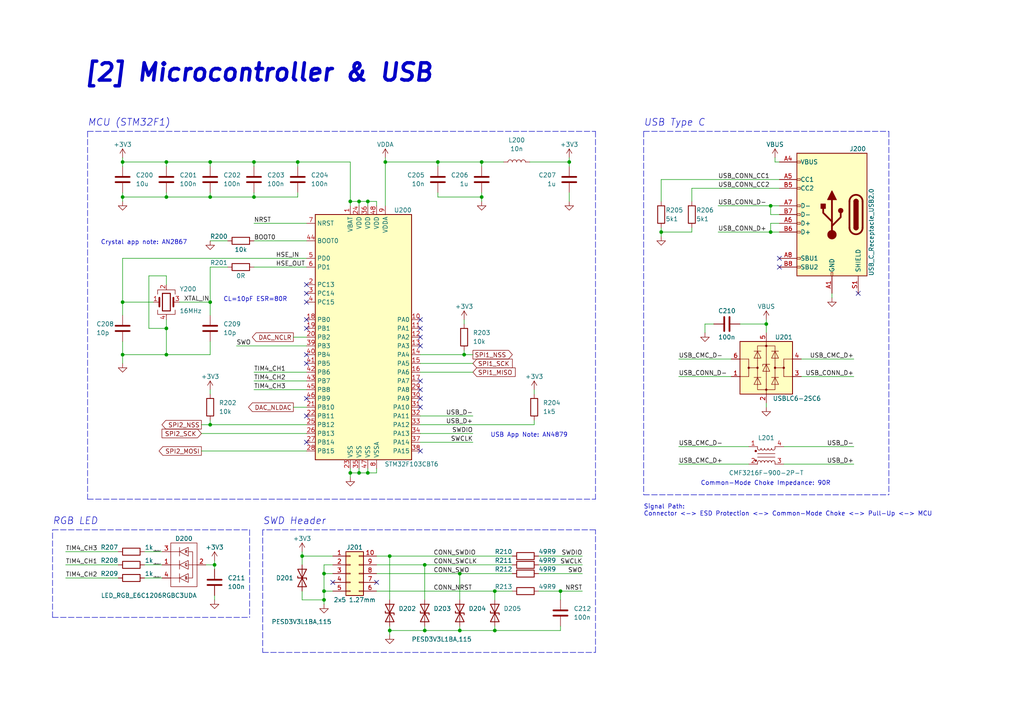
<source format=kicad_sch>
(kicad_sch (version 20211123) (generator eeschema)
  (paper "A4")
  (title_block (title "Mixed-Signal Demo PCB") (date "2021-12-24") (rev "0.1") (company "Phil's Lab"))
  (lib_symbols
    (symbol "Connector:USB_C_Receptacle_USB2.0" (pin_names (offset 1.016))
      (property "Reference" "J" (at -10.16 19.05 0))
      (property "Value" "USB_C_Receptacle_USB2.0" (at 19.05 19.05 0))
      (symbol "USB_C_Receptacle_USB2.0_0_0"
        (rectangle (start -0.254 -17.78) (end 0.254 -16.764))
        (rectangle (start 10.16 -14.986) (end 9.144 -15.494))
        (rectangle (start 10.16 -12.446) (end 9.144 -12.954))
        (rectangle (start 10.16 -4.826) (end 9.144 -5.334))
        (rectangle (start 10.16 -2.286) (end 9.144 -2.794))
        (rectangle (start 10.16 0.254) (end 9.144 -0.254))
        (rectangle (start 10.16 2.794) (end 9.144 2.286))
        (rectangle (start 10.16 7.874) (end 9.144 7.366))
        (rectangle (start 10.16 10.414) (end 9.144 9.906))
        (rectangle (start 10.16 15.494) (end 9.144 14.986))
      )
      (symbol "USB_C_Receptacle_USB2.0_0_1"
        (rectangle (start -10.16 17.78) (end 10.16 -17.78) (stroke (width 0.254)) (fill (type background)))
        (arc (start -8.89 -3.81) (mid -6.985 -5.715) (end -5.08 -3.81) (stroke (width 0.508)))
        (arc (start -7.62 -3.81) (mid -6.985 -4.445) (end -6.35 -3.81) (stroke (width 0.254)))
        (arc (start -7.62 -3.81) (mid -6.985 -4.445) (end -6.35 -3.81) (stroke (width 0.254)) (fill (type outline)))
        (rectangle (start -7.62 -3.81) (end -6.35 3.81) (stroke (width 0.254)) (fill (type outline)))
        (arc (start -6.35 3.81) (mid -6.985 4.445) (end -7.62 3.81) (stroke (width 0.254)))
        (arc (start -6.35 3.81) (mid -6.985 4.445) (end -7.62 3.81) (stroke (width 0.254)) (fill (type outline)))
        (arc (start -5.08 3.81) (mid -6.985 5.715) (end -8.89 3.81) (stroke (width 0.508)))
        (circle (center -2.54 1.143) (radius 0.635) (stroke (width 0.254)) (fill (type outline)))
        (circle (center 0 -5.842) (radius 1.27) (fill (type outline)))
        (polyline (pts (xy -8.89 -3.81) (xy -8.89 3.81)) (stroke (width 0.508)))
        (polyline (pts (xy -5.08 3.81) (xy -5.08 -3.81)) (stroke (width 0.508)))
        (polyline (pts (xy 0 -5.842) (xy 0 4.318)) (stroke (width 0.508)))
        (polyline (pts (xy 0 -3.302) (xy -2.54 -0.762) (xy -2.54 0.508)) (stroke (width 0.508)))
        (polyline (pts (xy 0 -2.032) (xy 2.54 0.508) (xy 2.54 1.778)) (stroke (width 0.508)))
        (polyline (pts (xy -1.27 4.318) (xy 0 6.858) (xy 1.27 4.318) (xy -1.27 4.318)) (stroke (width 0.254)) (fill (type outline)))
        (rectangle (start 1.905 1.778) (end 3.175 3.048) (stroke (width 0.254)) (fill (type outline)))
      )
      (symbol "USB_C_Receptacle_USB2.0_1_1"
        (pin passive line (at 0 -22.86 90) (length 5.08) (name "GND") (number "A1"))
        (pin passive line (at 0 -22.86 90) (length 5.08) hide (name "GND") (number "A12"))
        (pin passive line (at 15.24 15.24 180) (length 5.08) (name "VBUS") (number "A4"))
        (pin bidirectional line (at 15.24 10.16 180) (length 5.08) (name "CC1") (number "A5"))
        (pin bidirectional line (at 15.24 -2.54 180) (length 5.08) (name "D+") (number "A6"))
        (pin bidirectional line (at 15.24 2.54 180) (length 5.08) (name "D-") (number "A7"))
        (pin bidirectional line (at 15.24 -12.7 180) (length 5.08) (name "SBU1") (number "A8"))
        (pin passive line (at 15.24 15.24 180) (length 5.08) hide (name "VBUS") (number "A9"))
        (pin passive line (at 0 -22.86 90) (length 5.08) hide (name "GND") (number "B1"))
        (pin passive line (at 0 -22.86 90) (length 5.08) hide (name "GND") (number "B12"))
        (pin passive line (at 15.24 15.24 180) (length 5.08) hide (name "VBUS") (number "B4"))
        (pin bidirectional line (at 15.24 7.62 180) (length 5.08) (name "CC2") (number "B5"))
        (pin bidirectional line (at 15.24 -5.08 180) (length 5.08) (name "D+") (number "B6"))
        (pin bidirectional line (at 15.24 0 180) (length 5.08) (name "D-") (number "B7"))
        (pin bidirectional line (at 15.24 -15.24 180) (length 5.08) (name "SBU2") (number "B8"))
        (pin passive line (at 15.24 15.24 180) (length 5.08) hide (name "VBUS") (number "B9"))
        (pin passive line (at -7.62 -22.86 90) (length 5.08) (name "SHIELD") (number "S1"))
      )
    )
    (symbol "Connector_Generic:Conn_02x05_Counter_Clockwise" (pin_names (offset 1.016) hide)
      (property "Reference" "J" (at 1.27 7.62 0))
      (property "Value" "Conn_02x05_Counter_Clockwise" (at 1.27 -7.62 0))
      (symbol "Conn_02x05_Counter_Clockwise_1_1"
        (rectangle (start -1.27 -4.953) (end 0 -5.207) (stroke (width 0.1524)))
        (rectangle (start -1.27 -2.413) (end 0 -2.667) (stroke (width 0.1524)))
        (rectangle (start -1.27 0.127) (end 0 -0.127) (stroke (width 0.1524)))
        (rectangle (start -1.27 2.667) (end 0 2.413) (stroke (width 0.1524)))
        (rectangle (start -1.27 5.207) (end 0 4.953) (stroke (width 0.1524)))
        (rectangle (start -1.27 6.35) (end 3.81 -6.35) (stroke (width 0.254)) (fill (type background)))
        (rectangle (start 3.81 -4.953) (end 2.54 -5.207) (stroke (width 0.1524)))
        (rectangle (start 3.81 -2.413) (end 2.54 -2.667) (stroke (width 0.1524)))
        (rectangle (start 3.81 0.127) (end 2.54 -0.127) (stroke (width 0.1524)))
        (rectangle (start 3.81 2.667) (end 2.54 2.413) (stroke (width 0.1524)))
        (rectangle (start 3.81 5.207) (end 2.54 4.953) (stroke (width 0.1524)))
        (pin passive line (at -5.08 5.08 0) (length 3.81) (name "Pin_1") (number "1"))
        (pin passive line (at 7.62 5.08 180) (length 3.81) (name "Pin_10") (number "10"))
        (pin passive line (at -5.08 2.54 0) (length 3.81) (name "Pin_2") (number "2"))
        (pin passive line (at -5.08 0 0) (length 3.81) (name "Pin_3") (number "3"))
        (pin passive line (at -5.08 -2.54 0) (length 3.81) (name "Pin_4") (number "4"))
        (pin passive line (at -5.08 -5.08 0) (length 3.81) (name "Pin_5") (number "5"))
        (pin passive line (at 7.62 -5.08 180) (length 3.81) (name "Pin_6") (number "6"))
        (pin passive line (at 7.62 -2.54 180) (length 3.81) (name "Pin_7") (number "7"))
        (pin passive line (at 7.62 0 180) (length 3.81) (name "Pin_8") (number "8"))
        (pin passive line (at 7.62 2.54 180) (length 3.81) (name "Pin_9") (number "9"))
      )
    )
    (symbol "Device:C" (pin_numbers hide) (pin_names (offset 0.254))
      (property "Reference" "C" (at 0.635 2.54 0))
      (property "Value" "C" (at 0.635 -2.54 0))
      (symbol "C_0_1"
        (polyline (pts (xy -2.032 -0.762) (xy 2.032 -0.762)) (stroke (width 0.508)))
        (polyline (pts (xy -2.032 0.762) (xy 2.032 0.762)) (stroke (width 0.508)))
      )
      (symbol "C_1_1"
        (pin passive line (at 0 3.81 270) (length 2.794) (name "~") (number "1"))
        (pin passive line (at 0 -3.81 90) (length 2.794) (name "~") (number "2"))
      )
    )
    (symbol "Device:Crystal_GND24" (pin_names (offset 1.016) hide)
      (property "Reference" "Y" (at 3.175 5.08 0))
      (property "Value" "Crystal_GND24" (at 3.175 3.175 0))
      (symbol "Crystal_GND24_0_1"
        (rectangle (start -1.143 2.54) (end 1.143 -2.54) (stroke (width 0.3048)))
        (polyline (pts (xy -2.54 0) (xy -2.032 0)))
        (polyline (pts (xy -2.032 -1.27) (xy -2.032 1.27)) (stroke (width 0.508)))
        (polyline (pts (xy 0 -3.81) (xy 0 -3.556)))
        (polyline (pts (xy 0 3.556) (xy 0 3.81)))
        (polyline (pts (xy 2.032 -1.27) (xy 2.032 1.27)) (stroke (width 0.508)))
        (polyline (pts (xy 2.032 0) (xy 2.54 0)))
        (polyline (pts (xy -2.54 -2.286) (xy -2.54 -3.556) (xy 2.54 -3.556) (xy 2.54 -2.286)))
        (polyline (pts (xy -2.54 2.286) (xy -2.54 3.556) (xy 2.54 3.556) (xy 2.54 2.286)))
      )
      (symbol "Crystal_GND24_1_1"
        (pin passive line (at -3.81 0 0) (length 1.27) (name "1") (number "1"))
        (pin passive line (at 0 5.08 270) (length 1.27) (name "2") (number "2"))
        (pin passive line (at 3.81 0 180) (length 1.27) (name "3") (number "3"))
        (pin passive line (at 0 -5.08 90) (length 1.27) (name "4") (number "4"))
      )
    )
    (symbol "Device:D_TVS" (pin_numbers hide) (pin_names (offset 1.016) hide)
      (property "Reference" "D" (at 0 2.54 0))
      (property "Value" "D_TVS" (at 0 -2.54 0))
      (symbol "D_TVS_0_1"
        (polyline (pts (xy 1.27 0) (xy -1.27 0)))
        (polyline (pts (xy 0.508 1.27) (xy 0 1.27) (xy 0 -1.27) (xy -0.508 -1.27)) (stroke (width 0.254)))
        (polyline (pts (xy -2.54 1.27) (xy -2.54 -1.27) (xy 2.54 1.27) (xy 2.54 -1.27) (xy -2.54 1.27)) (stroke (width 0.254)))
      )
      (symbol "D_TVS_1_1"
        (pin passive line (at -3.81 0 0) (length 2.54) (name "A1") (number "1"))
        (pin passive line (at 3.81 0 180) (length 2.54) (name "A2") (number "2"))
      )
    )
    (symbol "Device:EMI_Filter_LL_1423" (pin_names hide)
      (property "Reference" "FL" (at 0 4.445 0))
      (property "Value" "Device_EMI_Filter_LL_1423" (at 0 -4.445 0))
      (symbol "EMI_Filter_LL_1423_0_1"
        (circle (center -3.048 -1.27) (radius 0.254) (fill (type outline)))
        (circle (center -3.048 1.524) (radius 0.254) (fill (type outline)))
        (arc (start -2.54 2.032) (mid -2.032 1.524) (end -1.524 2.032))
        (arc (start -1.524 -2.032) (mid -2.032 -1.524) (end -2.54 -2.032))
        (arc (start -1.524 2.032) (mid -1.016 1.524) (end -0.508 2.032))
        (arc (start -0.508 -2.032) (mid -1.016 -1.524) (end -1.524 -2.032))
        (arc (start -0.508 2.032) (mid 0 1.524) (end 0.508 2.032))
        (polyline (pts (xy -2.54 -2.032) (xy -2.54 -2.54)))
        (polyline (pts (xy -2.54 0.508) (xy 2.54 0.508)))
        (polyline (pts (xy -2.54 2.032) (xy -2.54 2.54)))
        (polyline (pts (xy 2.54 -2.032) (xy 2.54 -2.54)))
        (polyline (pts (xy 2.54 -0.508) (xy -2.54 -0.508)))
        (polyline (pts (xy 2.54 2.54) (xy 2.54 2.032)))
        (arc (start 0.508 -2.032) (mid 0 -1.524) (end -0.508 -2.032))
        (arc (start 0.508 2.032) (mid 1.016 1.524) (end 1.524 2.032))
        (arc (start 1.524 -2.032) (mid 1.016 -1.524) (end 0.508 -2.032))
        (arc (start 1.524 2.032) (mid 2.032 1.524) (end 2.54 2.032))
        (arc (start 2.54 -2.032) (mid 2.032 -1.524) (end 1.524 -2.032))
      )
      (symbol "EMI_Filter_LL_1423_1_1"
        (pin passive line (at -5.08 -2.54 0) (length 2.54) (name "1") (number "1"))
        (pin passive line (at -5.08 2.54 0) (length 2.54) (name "2") (number "2"))
        (pin passive line (at 5.08 2.54 180) (length 2.54) (name "3") (number "3"))
        (pin passive line (at 5.08 -2.54 180) (length 2.54) (name "4") (number "4"))
      )
    )
    (symbol "Device:L" (pin_numbers hide) (pin_names (offset 1.016) hide)
      (property "Reference" "L" (at -1.27 0 90))
      (property "Value" "L" (at 1.905 0 90))
      (symbol "L_0_1"
        (arc (start 0 -2.54) (mid 0.635 -1.905) (end 0 -1.27))
        (arc (start 0 -1.27) (mid 0.635 -0.635) (end 0 0))
        (arc (start 0 0) (mid 0.635 0.635) (end 0 1.27))
        (arc (start 0 1.27) (mid 0.635 1.905) (end 0 2.54))
      )
      (symbol "L_1_1"
        (pin passive line (at 0 3.81 270) (length 1.27) (name "1") (number "1"))
        (pin passive line (at 0 -3.81 90) (length 1.27) (name "2") (number "2"))
      )
    )
    (symbol "Device:R" (pin_numbers hide) (pin_names (offset 0))
      (property "Reference" "R" (at 2.032 0 90))
      (property "Value" "R" (at 0 0 90))
      (symbol "R_0_1"
        (rectangle (start -1.016 -2.54) (end 1.016 2.54) (stroke (width 0.254)))
      )
      (symbol "R_1_1"
        (pin passive line (at 0 3.81 270) (length 1.27) (name "~") (number "1"))
        (pin passive line (at 0 -3.81 90) (length 1.27) (name "~") (number "2"))
      )
    )
    (symbol "MCU_ST_STM32F1:STM32F103CBTx"
      (property "Reference" "U" (at -15.24 36.83 0))
      (property "Value" "STM32F103CBTx" (at 7.62 36.83 0))
      (symbol "STM32F103CBTx_0_1"
        (rectangle (start -15.24 -35.56) (end 12.7 35.56) (stroke (width 0.254)) (fill (type background)))
      )
      (symbol "STM32F103CBTx_1_1"
        (pin power_in line (at -5.08 38.1 270) (length 2.54) (name "VBAT") (number "1"))
        (pin bidirectional line (at 15.24 5.08 180) (length 2.54) (name "PA0") (number "10"))
        (pin bidirectional line (at 15.24 2.54 180) (length 2.54) (name "PA1") (number "11"))
        (pin bidirectional line (at 15.24 0 180) (length 2.54) (name "PA2") (number "12"))
        (pin bidirectional line (at 15.24 -2.54 180) (length 2.54) (name "PA3") (number "13"))
        (pin bidirectional line (at 15.24 -5.08 180) (length 2.54) (name "PA4") (number "14"))
        (pin bidirectional line (at 15.24 -7.62 180) (length 2.54) (name "PA5") (number "15"))
        (pin bidirectional line (at 15.24 -10.16 180) (length 2.54) (name "PA6") (number "16"))
        (pin bidirectional line (at 15.24 -12.7 180) (length 2.54) (name "PA7") (number "17"))
        (pin bidirectional line (at -17.78 5.08 0) (length 2.54) (name "PB0") (number "18"))
        (pin bidirectional line (at -17.78 2.54 0) (length 2.54) (name "PB1") (number "19"))
        (pin bidirectional line (at -17.78 15.24 0) (length 2.54) (name "PC13") (number "2"))
        (pin bidirectional line (at -17.78 0 0) (length 2.54) (name "PB2") (number "20"))
        (pin bidirectional line (at -17.78 -20.32 0) (length 2.54) (name "PB10") (number "21"))
        (pin bidirectional line (at -17.78 -22.86 0) (length 2.54) (name "PB11") (number "22"))
        (pin power_in line (at -5.08 -38.1 90) (length 2.54) (name "VSS") (number "23"))
        (pin power_in line (at -2.54 38.1 270) (length 2.54) (name "VDD") (number "24"))
        (pin bidirectional line (at -17.78 -25.4 0) (length 2.54) (name "PB12") (number "25"))
        (pin bidirectional line (at -17.78 -27.94 0) (length 2.54) (name "PB13") (number "26"))
        (pin bidirectional line (at -17.78 -30.48 0) (length 2.54) (name "PB14") (number "27"))
        (pin bidirectional line (at -17.78 -33.02 0) (length 2.54) (name "PB15") (number "28"))
        (pin bidirectional line (at 15.24 -15.24 180) (length 2.54) (name "PA8") (number "29"))
        (pin bidirectional line (at -17.78 12.7 0) (length 2.54) (name "PC14") (number "3"))
        (pin bidirectional line (at 15.24 -17.78 180) (length 2.54) (name "PA9") (number "30"))
        (pin bidirectional line (at 15.24 -20.32 180) (length 2.54) (name "PA10") (number "31"))
        (pin bidirectional line (at 15.24 -22.86 180) (length 2.54) (name "PA11") (number "32"))
        (pin bidirectional line (at 15.24 -25.4 180) (length 2.54) (name "PA12") (number "33"))
        (pin bidirectional line (at 15.24 -27.94 180) (length 2.54) (name "PA13") (number "34"))
        (pin power_in line (at -2.54 -38.1 90) (length 2.54) (name "VSS") (number "35"))
        (pin power_in line (at 0 38.1 270) (length 2.54) (name "VDD") (number "36"))
        (pin bidirectional line (at 15.24 -30.48 180) (length 2.54) (name "PA14") (number "37"))
        (pin bidirectional line (at 15.24 -33.02 180) (length 2.54) (name "PA15") (number "38"))
        (pin bidirectional line (at -17.78 -2.54 0) (length 2.54) (name "PB3") (number "39"))
        (pin bidirectional line (at -17.78 10.16 0) (length 2.54) (name "PC15") (number "4"))
        (pin bidirectional line (at -17.78 -5.08 0) (length 2.54) (name "PB4") (number "40"))
        (pin bidirectional line (at -17.78 -7.62 0) (length 2.54) (name "PB5") (number "41"))
        (pin bidirectional line (at -17.78 -10.16 0) (length 2.54) (name "PB6") (number "42"))
        (pin bidirectional line (at -17.78 -12.7 0) (length 2.54) (name "PB7") (number "43"))
        (pin input line (at -17.78 27.94 0) (length 2.54) (name "BOOT0") (number "44"))
        (pin bidirectional line (at -17.78 -15.24 0) (length 2.54) (name "PB8") (number "45"))
        (pin bidirectional line (at -17.78 -17.78 0) (length 2.54) (name "PB9") (number "46"))
        (pin power_in line (at 0 -38.1 90) (length 2.54) (name "VSS") (number "47"))
        (pin power_in line (at 2.54 38.1 270) (length 2.54) (name "VDD") (number "48"))
        (pin input line (at -17.78 22.86 0) (length 2.54) (name "PD0") (number "5"))
        (pin input line (at -17.78 20.32 0) (length 2.54) (name "PD1") (number "6"))
        (pin input line (at -17.78 33.02 0) (length 2.54) (name "NRST") (number "7"))
        (pin power_in line (at 2.54 -38.1 90) (length 2.54) (name "VSSA") (number "8"))
        (pin power_in line (at 5.08 38.1 270) (length 2.54) (name "VDDA") (number "9"))
      )
    )
    (symbol "Power_Protection:USBLC6-2SC6" (pin_names hide)
      (property "Reference" "U" (at 2.54 8.89 0))
      (property "Value" "USBLC6-2SC6" (at 2.54 -8.89 0))
      (symbol "USBLC6-2SC6_0_1"
        (rectangle (start -7.62 -7.62) (end 7.62 7.62) (stroke (width 0.254)) (fill (type background)))
        (circle (center -5.08 0) (radius 0.254) (fill (type outline)))
        (circle (center -2.54 0) (radius 0.254) (fill (type outline)))
        (rectangle (start -2.54 6.35) (end 2.54 -6.35))
        (circle (center 0 -6.35) (radius 0.254) (fill (type outline)))
        (polyline (pts (xy -5.08 -2.54) (xy -7.62 -2.54)))
        (polyline (pts (xy -5.08 0) (xy -5.08 -2.54)))
        (polyline (pts (xy -5.08 2.54) (xy -7.62 2.54)))
        (polyline (pts (xy -1.524 -2.794) (xy -3.556 -2.794)))
        (polyline (pts (xy -1.524 4.826) (xy -3.556 4.826)))
        (polyline (pts (xy 0 -7.62) (xy 0 -6.35)))
        (polyline (pts (xy 0 -6.35) (xy 0 1.27)))
        (polyline (pts (xy 0 1.27) (xy 0 6.35)))
        (polyline (pts (xy 0 6.35) (xy 0 7.62)))
        (polyline (pts (xy 1.524 -2.794) (xy 3.556 -2.794)))
        (polyline (pts (xy 1.524 4.826) (xy 3.556 4.826)))
        (polyline (pts (xy 5.08 -2.54) (xy 7.62 -2.54)))
        (polyline (pts (xy 5.08 0) (xy 5.08 -2.54)))
        (polyline (pts (xy 5.08 2.54) (xy 7.62 2.54)))
        (polyline (pts (xy -2.54 0) (xy -5.08 0) (xy -5.08 2.54)))
        (polyline (pts (xy 2.54 0) (xy 5.08 0) (xy 5.08 2.54)))
        (polyline (pts (xy -3.556 -4.826) (xy -1.524 -4.826) (xy -2.54 -2.794) (xy -3.556 -4.826)))
        (polyline (pts (xy -3.556 2.794) (xy -1.524 2.794) (xy -2.54 4.826) (xy -3.556 2.794)))
        (polyline (pts (xy -1.016 -1.016) (xy 1.016 -1.016) (xy 0 1.016) (xy -1.016 -1.016)))
        (polyline (pts (xy 1.016 1.016) (xy 0.762 1.016) (xy -1.016 1.016) (xy -1.016 0.508)))
        (polyline (pts (xy 3.556 -4.826) (xy 1.524 -4.826) (xy 2.54 -2.794) (xy 3.556 -4.826)))
        (polyline (pts (xy 3.556 2.794) (xy 1.524 2.794) (xy 2.54 4.826) (xy 3.556 2.794)))
        (circle (center 0 6.35) (radius 0.254) (fill (type outline)))
        (circle (center 2.54 0) (radius 0.254) (fill (type outline)))
        (circle (center 5.08 0) (radius 0.254) (fill (type outline)))
      )
      (symbol "USBLC6-2SC6_1_1"
        (pin passive line (at -10.16 -2.54 0) (length 2.54) (name "I/O1") (number "1"))
        (pin passive line (at 0 -10.16 90) (length 2.54) (name "GND") (number "2"))
        (pin passive line (at 10.16 -2.54 180) (length 2.54) (name "I/O2") (number "3"))
        (pin passive line (at 10.16 2.54 180) (length 2.54) (name "I/O2") (number "4"))
        (pin passive line (at 0 10.16 270) (length 2.54) (name "VBUS") (number "5"))
        (pin passive line (at -10.16 2.54 0) (length 2.54) (name "I/O1") (number "6"))
      )
    )
    (symbol "SchmillipKiCADLibrary:LED_RGB_E6C1206RGBC3UDA" (pin_names (offset 1.016))
      (property "Reference" "D" (at 0 7.62 0))
      (property "Value" "SchmillipKiCADLibrary_LED_RGB_E6C1206RGBC3UDA" (at 0 -7.62 0))
      (symbol "LED_RGB_E6C1206RGBC3UDA_0_0"
        (text "R" (at 0.635 3.81 0) (effects (font (size 0.762 0.762))))
      )
      (symbol "LED_RGB_E6C1206RGBC3UDA_0_1"
        (polyline (pts (xy -1.27 -3.81) (xy -3.81 -3.81)))
        (polyline (pts (xy -1.27 0) (xy -3.81 0)))
        (polyline (pts (xy -1.27 3.81) (xy -3.81 3.81)))
        (polyline (pts (xy -1.27 5.08) (xy -1.27 2.54)))
        (polyline (pts (xy 1.27 0) (xy 3.81 0)))
        (polyline (pts (xy 1.27 -3.81) (xy 2.54 -3.81) (xy 2.54 0)))
        (polyline (pts (xy 1.27 3.81) (xy 2.54 3.81) (xy 2.54 0)))
        (polyline (pts (xy 1.27 2.54) (xy 1.27 5.08) (xy -1.27 3.81) (xy 1.27 2.54)))
        (rectangle (start 3.81 -6.35) (end -3.81 6.35))
      )
      (symbol "LED_RGB_E6C1206RGBC3UDA_1_1"
        (polyline (pts (xy -1.27 -2.54) (xy -1.27 -5.08)))
        (polyline (pts (xy -1.27 1.27) (xy -1.27 -1.27)))
        (polyline (pts (xy 1.27 -5.08) (xy 1.27 -2.54) (xy -1.27 -3.81) (xy 1.27 -5.08)))
        (polyline (pts (xy 1.27 -1.27) (xy 1.27 1.27) (xy -1.27 0) (xy 1.27 -1.27)))
        (text "B" (at 0.635 -3.81 0) (effects (font (size 0.762 0.762))))
        (text "G" (at 0.635 0 0) (effects (font (size 0.762 0.762))))
        (pin power_in line (at -6.35 0 0) (length 2.54) (name "~") (number "1"))
        (pin power_in line (at 6.35 0 180) (length 2.54) (name "~") (number "2"))
        (pin power_in line (at -6.35 3.81 0) (length 2.54) (name "~") (number "3"))
        (pin power_in line (at -6.35 -3.81 0) (length 2.54) (name "~") (number "4"))
      )
    )
    (symbol "power:+3V3" (power) (pin_names (offset 0))
      (property "Value" "+3V3" (at 0 3.556 0))
      (symbol "+3V3_0_1"
        (polyline (pts (xy -0.762 1.27) (xy 0 2.54)))
        (polyline (pts (xy 0 0) (xy 0 2.54)))
        (polyline (pts (xy 0 2.54) (xy 0.762 1.27)))
      )
      (symbol "+3V3_1_1"
        (pin power_in line (at 0 0 90) (length 0) hide (name "+3V3") (number "1"))
      )
    )
    (symbol "power:GND" (power) (pin_names (offset 0))
      (property "Value" "GND" (at 0 -3.81 0))
      (symbol "GND_0_1"
        (polyline (pts (xy 0 0) (xy 0 -1.27) (xy 1.27 -1.27) (xy 0 -2.54) (xy -1.27 -1.27) (xy 0 -1.27)))
      )
      (symbol "GND_1_1"
        (pin power_in line (at 0 0 270) (length 0) hide (name "GND") (number "1"))
      )
    )
    (symbol "power:VBUS" (power) (pin_names (offset 0))
      (property "Value" "VBUS" (at 0 3.81 0))
      (symbol "VBUS_0_1"
        (polyline (pts (xy -0.762 1.27) (xy 0 2.54)))
        (polyline (pts (xy 0 0) (xy 0 2.54)))
        (polyline (pts (xy 0 2.54) (xy 0.762 1.27)))
      )
      (symbol "VBUS_1_1"
        (pin power_in line (at 0 0 90) (length 0) hide (name "VBUS") (number "1"))
      )
    )
    (symbol "power:VDDA" (power) (pin_names (offset 0))
      (property "Value" "VDDA" (at 0 3.81 0))
      (symbol "VDDA_0_1"
        (polyline (pts (xy -0.762 1.27) (xy 0 2.54)))
        (polyline (pts (xy 0 0) (xy 0 2.54)))
        (polyline (pts (xy 0 2.54) (xy 0.762 1.27)))
      )
      (symbol "VDDA_1_1"
        (pin power_in line (at 0 0 90) (length 0) hide (name "VDDA") (number "1"))
      )
    )
  )
  (junction (at 48.26 46.99))
  (junction (at 48.26 57.15))
  (junction (at 139.7 46.99))
  (junction (at 139.7 57.15))
  (junction (at 35.56 102.87))
  (junction (at 165.1 46.99))
  (junction (at 133.35 166.37))
  (junction (at 143.51 182.88))
  (junction (at 191.77 67.31))
  (junction (at 123.19 182.88))
  (junction (at 143.51 171.45))
  (junction (at 223.52 67.31))
  (junction (at 93.98 171.45))
  (junction (at 62.23 163.83))
  (junction (at 35.56 87.63))
  (junction (at 48.26 95.25))
  (junction (at 101.6 58.42))
  (junction (at 87.63 161.29))
  (junction (at 104.14 58.42))
  (junction (at 86.36 46.99))
  (junction (at 60.96 87.63))
  (junction (at 60.96 46.99))
  (junction (at 35.56 46.99))
  (junction (at 222.25 93.98))
  (junction (at 35.56 57.15))
  (junction (at 127 46.99))
  (junction (at 123.19 163.83))
  (junction (at 48.26 102.87))
  (junction (at 73.66 46.99))
  (junction (at 223.52 59.69))
  (junction (at 73.66 57.15))
  (junction (at 113.03 182.88))
  (junction (at 111.76 46.99))
  (junction (at 104.14 137.16))
  (junction (at 133.35 182.88))
  (junction (at 60.96 123.19))
  (junction (at 101.6 137.16))
  (junction (at 162.56 171.45))
  (junction (at 106.68 137.16))
  (junction (at 134.62 102.87))
  (junction (at 113.03 161.29))
  (junction (at 106.68 58.42))
  (junction (at 93.98 173.99))
  (junction (at 60.96 57.15))
  (junction (at 93.98 166.37))
  (no_connect (at 88.9 95.25))
  (no_connect (at 88.9 92.71))
  (no_connect (at 109.22 168.91))
  (no_connect (at 248.92 85.09))
  (no_connect (at 121.92 115.57))
  (no_connect (at 88.9 82.55))
  (no_connect (at 121.92 118.11))
  (no_connect (at 121.92 97.79))
  (no_connect (at 121.92 130.81))
  (no_connect (at 121.92 113.03))
  (no_connect (at 88.9 120.65))
  (no_connect (at 121.92 92.71))
  (no_connect (at 226.06 77.47))
  (no_connect (at 88.9 102.87))
  (no_connect (at 121.92 100.33))
  (no_connect (at 88.9 105.41))
  (no_connect (at 121.92 110.49))
  (no_connect (at 121.92 95.25))
  (no_connect (at 88.9 128.27))
  (no_connect (at 88.9 85.09))
  (no_connect (at 96.52 168.91))
  (no_connect (at 88.9 87.63))
  (no_connect (at 88.9 115.57))
  (no_connect (at 226.06 74.93))
  (wire (pts (xy 222.25 93.98) (xy 222.25 92.71)))
  (polyline (pts (xy 72.39 153.67) (xy 72.39 179.07)))
  (wire (pts (xy 86.36 57.15) (xy 86.36 55.88)))
  (wire (pts (xy 35.56 74.93) (xy 88.9 74.93)))
  (wire (pts (xy 93.98 173.99) (xy 87.63 173.99)))
  (wire (pts (xy 208.28 59.69) (xy 223.52 59.69)))
  (wire (pts (xy 222.25 118.11) (xy 222.25 116.84)))
  (wire (pts (xy 73.66 57.15) (xy 86.36 57.15)))
  (wire (pts (xy 162.56 181.61) (xy 162.56 182.88)))
  (wire (pts (xy 247.65 109.22) (xy 232.41 109.22)))
  (wire (pts (xy 62.23 163.83) (xy 62.23 165.1)))
  (wire (pts (xy 191.77 68.58) (xy 191.77 67.31)))
  (wire (pts (xy 127 46.99) (xy 111.76 46.99)))
  (wire (pts (xy 104.14 58.42) (xy 106.68 58.42)))
  (wire (pts (xy 204.47 93.98) (xy 207.01 93.98)))
  (wire (pts (xy 143.51 182.88) (xy 143.51 181.61)))
  (wire (pts (xy 62.23 173.99) (xy 62.23 172.72)))
  (wire (pts (xy 139.7 48.26) (xy 139.7 46.99)))
  (wire (pts (xy 48.26 46.99) (xy 35.56 46.99)))
  (wire (pts (xy 133.35 182.88) (xy 143.51 182.88)))
  (wire (pts (xy 224.79 45.72) (xy 224.79 46.99)))
  (wire (pts (xy 60.96 48.26) (xy 60.96 46.99)))
  (wire (pts (xy 48.26 95.25) (xy 48.26 102.87)))
  (wire (pts (xy 191.77 52.07) (xy 226.06 52.07)))
  (wire (pts (xy 73.66 55.88) (xy 73.66 57.15)))
  (wire (pts (xy 200.66 67.31) (xy 200.66 66.04)))
  (wire (pts (xy 162.56 171.45) (xy 168.91 171.45)))
  (wire (pts (xy 87.63 160.02) (xy 87.63 161.29)))
  (wire (pts (xy 43.18 80.01) (xy 43.18 95.25)))
  (wire (pts (xy 139.7 55.88) (xy 139.7 57.15)))
  (wire (pts (xy 191.77 67.31) (xy 191.77 66.04)))
  (polyline (pts (xy 186.69 38.1) (xy 186.69 143.51)))
  (wire (pts (xy 123.19 173.99) (xy 123.19 163.83)))
  (wire (pts (xy 196.85 109.22) (xy 212.09 109.22)))
  (wire (pts (xy 48.26 80.01) (xy 43.18 80.01)))
  (wire (pts (xy 96.52 171.45) (xy 93.98 171.45)))
  (polyline (pts (xy 172.72 153.67) (xy 76.2 153.67)))
  (wire (pts (xy 196.85 134.62) (xy 217.17 134.62)))
  (wire (pts (xy 156.21 163.83) (xy 168.91 163.83)))
  (wire (pts (xy 48.26 57.15) (xy 60.96 57.15)))
  (polyline (pts (xy 186.69 143.51) (xy 257.81 143.51)))
  (wire (pts (xy 34.29 167.64) (xy 19.05 167.64)))
  (wire (pts (xy 113.03 173.99) (xy 113.03 161.29)))
  (wire (pts (xy 223.52 67.31) (xy 208.28 67.31)))
  (wire (pts (xy 35.56 102.87) (xy 35.56 99.06)))
  (wire (pts (xy 60.96 121.92) (xy 60.96 123.19)))
  (wire (pts (xy 60.96 102.87) (xy 60.96 99.06)))
  (wire (pts (xy 165.1 45.72) (xy 165.1 46.99)))
  (wire (pts (xy 113.03 184.15) (xy 113.03 182.88)))
  (wire (pts (xy 137.16 125.73) (xy 121.92 125.73)))
  (polyline (pts (xy 172.72 189.23) (xy 172.72 153.67)))
  (wire (pts (xy 60.96 57.15) (xy 73.66 57.15)))
  (wire (pts (xy 121.92 107.95) (xy 137.16 107.95)))
  (wire (pts (xy 196.85 104.14) (xy 212.09 104.14)))
  (wire (pts (xy 162.56 173.99) (xy 162.56 171.45)))
  (polyline (pts (xy 76.2 153.67) (xy 76.2 189.23)))
  (wire (pts (xy 214.63 93.98) (xy 222.25 93.98)))
  (wire (pts (xy 35.56 46.99) (xy 35.56 48.26)))
  (wire (pts (xy 46.99 163.83) (xy 41.91 163.83)))
  (wire (pts (xy 154.94 123.19) (xy 154.94 121.92)))
  (wire (pts (xy 247.65 134.62) (xy 227.33 134.62)))
  (wire (pts (xy 34.29 160.02) (xy 19.05 160.02)))
  (wire (pts (xy 109.22 161.29) (xy 113.03 161.29)))
  (polyline (pts (xy 186.69 38.1) (xy 257.81 38.1)))
  (wire (pts (xy 247.65 104.14) (xy 232.41 104.14)))
  (wire (pts (xy 121.92 120.65) (xy 137.16 120.65)))
  (wire (pts (xy 73.66 110.49) (xy 88.9 110.49)))
  (wire (pts (xy 58.42 130.81) (xy 88.9 130.81)))
  (wire (pts (xy 109.22 163.83) (xy 123.19 163.83)))
  (wire (pts (xy 223.52 59.69) (xy 226.06 59.69)))
  (wire (pts (xy 154.94 123.19) (xy 121.92 123.19)))
  (wire (pts (xy 48.26 92.71) (xy 48.26 95.25)))
  (wire (pts (xy 109.22 166.37) (xy 133.35 166.37)))
  (polyline (pts (xy 172.72 38.1) (xy 172.72 144.78)))
  (polyline (pts (xy 15.24 153.67) (xy 72.39 153.67)))
  (wire (pts (xy 247.65 129.54) (xy 227.33 129.54)))
  (wire (pts (xy 86.36 48.26) (xy 86.36 46.99)))
  (wire (pts (xy 113.03 161.29) (xy 148.59 161.29)))
  (wire (pts (xy 123.19 181.61) (xy 123.19 182.88)))
  (wire (pts (xy 165.1 55.88) (xy 165.1 58.42)))
  (wire (pts (xy 143.51 173.99) (xy 143.51 171.45)))
  (wire (pts (xy 43.18 95.25) (xy 48.26 95.25)))
  (wire (pts (xy 226.06 64.77) (xy 223.52 64.77)))
  (wire (pts (xy 133.35 181.61) (xy 133.35 182.88)))
  (wire (pts (xy 35.56 58.42) (xy 35.56 57.15)))
  (polyline (pts (xy 25.4 144.78) (xy 172.72 144.78)))
  (polyline (pts (xy 257.81 38.1) (xy 257.81 143.51)))
  (wire (pts (xy 168.91 161.29) (xy 156.21 161.29)))
  (wire (pts (xy 60.96 46.99) (xy 48.26 46.99)))
  (wire (pts (xy 60.96 123.19) (xy 88.9 123.19)))
  (wire (pts (xy 154.94 113.03) (xy 154.94 114.3)))
  (wire (pts (xy 35.56 102.87) (xy 48.26 102.87)))
  (wire (pts (xy 101.6 58.42) (xy 104.14 58.42)))
  (wire (pts (xy 123.19 182.88) (xy 133.35 182.88)))
  (wire (pts (xy 86.36 46.99) (xy 73.66 46.99)))
  (wire (pts (xy 224.79 46.99) (xy 226.06 46.99)))
  (wire (pts (xy 200.66 58.42) (xy 200.66 54.61)))
  (wire (pts (xy 58.42 123.19) (xy 60.96 123.19)))
  (wire (pts (xy 35.56 105.41) (xy 35.56 102.87)))
  (wire (pts (xy 127 48.26) (xy 127 46.99)))
  (wire (pts (xy 35.56 87.63) (xy 44.45 87.63)))
  (wire (pts (xy 41.91 167.64) (xy 46.99 167.64)))
  (wire (pts (xy 146.05 46.99) (xy 139.7 46.99)))
  (wire (pts (xy 127 46.99) (xy 139.7 46.99)))
  (wire (pts (xy 106.68 58.42) (xy 109.22 58.42)))
  (wire (pts (xy 204.47 96.52) (xy 204.47 93.98)))
  (wire (pts (xy 134.62 101.6) (xy 134.62 102.87)))
  (wire (pts (xy 104.14 59.69) (xy 104.14 58.42)))
  (wire (pts (xy 35.56 46.99) (xy 35.56 45.72)))
  (wire (pts (xy 153.67 46.99) (xy 165.1 46.99)))
  (wire (pts (xy 101.6 46.99) (xy 101.6 58.42)))
  (wire (pts (xy 241.3 86.36) (xy 241.3 85.09)))
  (wire (pts (xy 223.52 62.23) (xy 223.52 59.69)))
  (wire (pts (xy 133.35 166.37) (xy 148.59 166.37)))
  (wire (pts (xy 93.98 166.37) (xy 93.98 163.83)))
  (wire (pts (xy 123.19 163.83) (xy 148.59 163.83)))
  (wire (pts (xy 48.26 55.88) (xy 48.26 57.15)))
  (wire (pts (xy 60.96 91.44) (xy 60.96 87.63)))
  (wire (pts (xy 48.26 102.87) (xy 60.96 102.87)))
  (wire (pts (xy 104.14 137.16) (xy 106.68 137.16)))
  (wire (pts (xy 101.6 138.43) (xy 101.6 137.16)))
  (wire (pts (xy 88.9 113.03) (xy 73.66 113.03)))
  (polyline (pts (xy 15.24 179.07) (xy 15.24 153.67)))
  (wire (pts (xy 223.52 67.31) (xy 226.06 67.31)))
  (polyline (pts (xy 25.4 38.1) (xy 172.72 38.1)))
  (wire (pts (xy 127 57.15) (xy 127 55.88)))
  (wire (pts (xy 35.56 57.15) (xy 48.26 57.15)))
  (wire (pts (xy 101.6 137.16) (xy 101.6 135.89)))
  (wire (pts (xy 191.77 58.42) (xy 191.77 52.07)))
  (wire (pts (xy 85.09 97.79) (xy 88.9 97.79)))
  (wire (pts (xy 109.22 137.16) (xy 109.22 135.89)))
  (wire (pts (xy 85.09 118.11) (xy 88.9 118.11)))
  (wire (pts (xy 156.21 171.45) (xy 162.56 171.45)))
  (wire (pts (xy 109.22 171.45) (xy 143.51 171.45)))
  (wire (pts (xy 226.06 62.23) (xy 223.52 62.23)))
  (wire (pts (xy 41.91 160.02) (xy 46.99 160.02)))
  (wire (pts (xy 60.96 87.63) (xy 52.07 87.63)))
  (wire (pts (xy 106.68 137.16) (xy 109.22 137.16)))
  (wire (pts (xy 73.66 48.26) (xy 73.66 46.99)))
  (polyline (pts (xy 25.4 38.1) (xy 25.4 144.78)))
  (wire (pts (xy 59.69 163.83) (xy 62.23 163.83)))
  (wire (pts (xy 104.14 135.89) (xy 104.14 137.16)))
  (wire (pts (xy 73.66 64.77) (xy 88.9 64.77)))
  (wire (pts (xy 101.6 137.16) (xy 104.14 137.16)))
  (wire (pts (xy 106.68 59.69) (xy 106.68 58.42)))
  (polyline (pts (xy 15.24 179.07) (xy 72.39 179.07)))
  (wire (pts (xy 87.63 173.99) (xy 87.63 171.45)))
  (wire (pts (xy 121.92 102.87) (xy 134.62 102.87)))
  (wire (pts (xy 66.04 77.47) (xy 60.96 77.47)))
  (wire (pts (xy 48.26 82.55) (xy 48.26 80.01)))
  (wire (pts (xy 137.16 128.27) (xy 121.92 128.27)))
  (wire (pts (xy 133.35 173.99) (xy 133.35 166.37)))
  (wire (pts (xy 93.98 173.99) (xy 93.98 175.26)))
  (wire (pts (xy 113.03 182.88) (xy 123.19 182.88)))
  (wire (pts (xy 191.77 67.31) (xy 200.66 67.31)))
  (wire (pts (xy 35.56 74.93) (xy 35.56 87.63)))
  (wire (pts (xy 73.66 77.47) (xy 88.9 77.47)))
  (wire (pts (xy 165.1 46.99) (xy 165.1 48.26)))
  (wire (pts (xy 93.98 171.45) (xy 93.98 173.99)))
  (wire (pts (xy 143.51 182.88) (xy 162.56 182.88)))
  (wire (pts (xy 96.52 161.29) (xy 87.63 161.29)))
  (wire (pts (xy 60.96 113.03) (xy 60.96 114.3)))
  (wire (pts (xy 109.22 59.69) (xy 109.22 58.42)))
  (wire (pts (xy 113.03 182.88) (xy 113.03 181.61)))
  (wire (pts (xy 87.63 161.29) (xy 87.63 163.83)))
  (wire (pts (xy 222.25 93.98) (xy 222.25 96.52)))
  (wire (pts (xy 58.42 125.73) (xy 88.9 125.73)))
  (wire (pts (xy 62.23 163.83) (xy 62.23 162.56)))
  (wire (pts (xy 200.66 54.61) (xy 226.06 54.61)))
  (wire (pts (xy 121.92 105.41) (xy 137.16 105.41)))
  (wire (pts (xy 60.96 77.47) (xy 60.96 87.63)))
  (wire (pts (xy 68.58 100.33) (xy 88.9 100.33)))
  (wire (pts (xy 48.26 48.26) (xy 48.26 46.99)))
  (wire (pts (xy 19.05 163.83) (xy 34.29 163.83)))
  (wire (pts (xy 101.6 58.42) (xy 101.6 59.69)))
  (wire (pts (xy 106.68 135.89) (xy 106.68 137.16)))
  (wire (pts (xy 60.96 69.85) (xy 66.04 69.85)))
  (wire (pts (xy 35.56 91.44) (xy 35.56 87.63)))
  (wire (pts (xy 96.52 166.37) (xy 93.98 166.37)))
  (wire (pts (xy 73.66 69.85) (xy 88.9 69.85)))
  (wire (pts (xy 60.96 55.88) (xy 60.96 57.15)))
  (wire (pts (xy 111.76 45.72) (xy 111.76 46.99)))
  (wire (pts (xy 86.36 46.99) (xy 101.6 46.99)))
  (wire (pts (xy 223.52 64.77) (xy 223.52 67.31)))
  (wire (pts (xy 111.76 46.99) (xy 111.76 59.69)))
  (wire (pts (xy 168.91 166.37) (xy 156.21 166.37)))
  (wire (pts (xy 88.9 107.95) (xy 73.66 107.95)))
  (wire (pts (xy 93.98 171.45) (xy 93.98 166.37)))
  (wire (pts (xy 143.51 171.45) (xy 148.59 171.45)))
  (wire (pts (xy 35.56 57.15) (xy 35.56 55.88)))
  (wire (pts (xy 139.7 58.42) (xy 139.7 57.15)))
  (wire (pts (xy 73.66 46.99) (xy 60.96 46.99)))
  (wire (pts (xy 196.85 129.54) (xy 217.17 129.54)))
  (wire (pts (xy 134.62 92.71) (xy 134.62 93.98)))
  (wire (pts (xy 134.62 102.87) (xy 137.16 102.87)))
  (polyline (pts (xy 76.2 189.23) (xy 172.72 189.23)))
  (wire (pts (xy 93.98 163.83) (xy 96.52 163.83)))
  (wire (pts (xy 139.7 57.15) (xy 127 57.15)))
  (text "Signal Path:\nConnector <-> ESD Protection <-> Common-Mode Choke <-> Pull-Up <-> MCU\n" (at 186.69 149.86 0) (effects (font (size 1.27 1.27)) (justify left bottom)))
  (text "RGB LED" (at 15.24 152.4 0) (effects (font (size 2.0066 2.0066) italic) (justify left bottom)))
  (text "Crystal app note: AN2867" (at 29.21 71.12 0) (effects (font (size 1.27 1.27)) (justify left bottom)))
  (text "SWD Header" (at 76.2 152.4 0) (effects (font (size 2.0066 2.0066) italic) (justify left bottom)))
  (text "USB App Note: AN4879" (at 142.24 127 0) (effects (font (size 1.27 1.27)) (justify left bottom)))
  (text "Common-Mode Choke Impedance: 90R" (at 203.2 140.97 0) (effects (font (size 1.27 1.27)) (justify left bottom)))
  (text "[2] Microcontroller & USB" (at 24.13 24.13 0) (effects (font (size 5.0038 5.0038) (thickness 1.0008) bold italic) (justify left bottom)))
  (text "CL=10pF ESR=80R" (at 64.77 87.63 0) (effects (font (size 1.27 1.27)) (justify left bottom)))
  (text "MCU (STM32F1)" (at 25.4 36.83 0) (effects (font (size 2.0066 2.0066) italic) (justify left bottom)))
  (text "USB Type C" (at 186.69 36.83 0) (effects (font (size 2.0066 2.0066) italic) (justify left bottom)))
  (label "USB_CONN_CC1" (at 208.28 52.07 0))
  (label "TIM4_CH2" (at 19.05 167.64 0))
  (label "HSE_IN" (at 80.01 74.93 0))
  (label "USB_D-" (at 247.65 129.54 180))
  (label "SWDIO" (at 137.16 125.73 180))
  (label "USB_CONN_D-" (at 196.85 109.22 0))
  (label "SWCLK" (at 137.16 128.27 180))
  (label "BOOT0" (at 73.66 69.85 0))
  (label "USB_D+" (at 137.16 123.19 180))
  (label "USB_CONN_CC2" (at 208.28 54.61 0))
  (label "USB_CMC_D-" (at 196.85 104.14 0))
  (label "SWCLK" (at 168.91 163.83 180))
  (label "TIM4_CH2" (at 73.66 110.49 0))
  (label "USB_D-" (at 137.16 120.65 180))
  (label "TIM4_CH1" (at 73.66 107.95 0))
  (label "USB_CONN_D+" (at 208.28 67.31 0))
  (label "TIM4_CH3" (at 19.05 160.02 0))
  (label "TIM4_CH1" (at 19.05 163.83 0))
  (label "CONN_NRST" (at 125.73 171.45 0))
  (label "XTAL_IN" (at 53.34 87.63 0))
  (label "USB_CMC_D-" (at 196.85 129.54 0))
  (label "USB_CONN_D-" (at 208.28 59.69 0))
  (label "HSE_OUT" (at 80.01 77.47 0))
  (label "SWDIO" (at 168.91 161.29 180))
  (label "USB_D+" (at 247.65 134.62 180))
  (label "SWO" (at 68.58 100.33 0))
  (label "CONN_SWCLK" (at 125.73 163.83 0))
  (label "NRST" (at 73.66 64.77 0))
  (label "USB_CMC_D+" (at 247.65 104.14 180))
  (label "LED_B_K" (at 44.45 167.64 0) (effects (font (size 0.3302 0.3302))))
  (label "USB_CONN_D+" (at 247.65 109.22 180))
  (label "TIM4_CH3" (at 73.66 113.03 0))
  (label "USB_CMC_D+" (at 196.85 134.62 0))
  (label "SWO" (at 168.91 166.37 180))
  (label "LED_R_K" (at 44.45 160.02 0) (effects (font (size 0.3302 0.3302))))
  (label "CONN_SWO" (at 125.73 166.37 0))
  (label "LED_G_K" (at 44.45 163.83 0) (effects (font (size 0.3302 0.3302))))
  (label "NRST" (at 168.91 171.45 180))
  (label "CONN_SWDIO" (at 125.73 161.29 0))
  (global_label "SPI1_NSS" (shape output) (at 137.16 102.87 0) (property "Intersheet References" "${INTERSHEET_REFS}" (effects hide)))
  (global_label "SPI2_NSS" (shape output) (at 58.42 123.19 180) (property "Intersheet References" "${INTERSHEET_REFS}" (effects hide)))
  (global_label "SPI1_MISO" (shape input) (at 137.16 107.95 0) (property "Intersheet References" "${INTERSHEET_REFS}" (effects hide)))
  (global_label "DAC_NCLR" (shape output) (at 85.09 97.79 180) (property "Intersheet References" "${INTERSHEET_REFS}" (effects hide)))
  (global_label "SPI1_SCK" (shape input) (at 137.16 105.41 0) (property "Intersheet References" "${INTERSHEET_REFS}" (effects hide)))
  (global_label "SPI2_MOSI" (shape output) (at 58.42 130.81 180) (property "Intersheet References" "${INTERSHEET_REFS}" (effects hide)))
  (global_label "DAC_NLDAC" (shape output) (at 85.09 118.11 180) (property "Intersheet References" "${INTERSHEET_REFS}" (effects hide)))
  (global_label "SPI2_SCK" (shape input) (at 58.42 125.73 180) (property "Intersheet References" "${INTERSHEET_REFS}" (effects hide)))
  (symbol (lib_id "power:+3V3") (at 35.56 45.72 0) (unit 1)
    (property "Reference" "#PWR017" (effects hide))
    (property "Value" "+3V3" (at 35.56 41.91 0))
  )
  (symbol (lib_id "Device:Crystal_GND24") (at 48.26 87.63 0) (unit 1)
    (property "Reference" "Y200" (at 52.07 83.82 0) (effects (justify left)))
    (property "Value" "16MHz" (at 52.07 90.17 0) (effects (justify left)))
    (property "Footprint" "Crystal:Crystal_SMD_3225-4Pin_3.2x2.5mm" (effects hide))
  )
  (symbol (lib_id "Device:R") (at 69.85 77.47 270) (unit 1)
    (property "Reference" "R201" (at 63.5 76.2 90))
    (property "Value" "0R" (at 69.85 80.01 90))
    (property "Footprint" "Resistor_SMD:R_0402_1005Metric" (effects hide))
  )
  (symbol (lib_id "Device:C") (at 60.96 95.25 0) (unit 1)
    (property "Reference" "C209" (at 64.77 93.98 0) (effects (justify left)))
    (property "Value" "10p" (at 64.77 96.52 0) (effects (justify left)))
    (property "Footprint" "Capacitor_SMD:C_0402_1005Metric" (effects hide))
  )
  (symbol (lib_id "Device:C") (at 35.56 95.25 0) (unit 1)
    (property "Reference" "C208" (at 27.94 93.98 0) (effects (justify left)))
    (property "Value" "10p" (at 27.94 96.52 0) (effects (justify left)))
    (property "Footprint" "Capacitor_SMD:C_0402_1005Metric" (effects hide))
  )
  (symbol (lib_id "power:GND") (at 35.56 105.41 0) (unit 1)
    (property "Reference" "#PWR030" (effects hide))
    (property "Value" "GND" (effects hide))
  )
  (symbol (lib_id "Device:C") (at 86.36 52.07 0) (unit 1)
    (property "Reference" "C204" (at 90.17 50.8 0) (effects (justify left)))
    (property "Value" "100n" (at 90.17 53.34 0) (effects (justify left)))
    (property "Footprint" "Capacitor_SMD:C_0402_1005Metric" (effects hide))
  )
  (symbol (lib_id "power:GND") (at 35.56 58.42 0) (unit 1)
    (property "Reference" "#PWR021" (effects hide))
    (property "Value" "GND" (effects hide))
  )
  (symbol (lib_id "MCU_ST_STM32F1:STM32F103CBTx") (at 106.68 97.79 0) (unit 1)
    (property "Reference" "U200" (at 116.84 60.96 0))
    (property "Value" "STM32F103CBT6" (at 119.38 134.62 0))
    (property "Footprint" "Package_QFP:LQFP-48_7x7mm_P0.5mm" (effects hide))
    (property "Datasheet" "http://www.st.com/st-web-ui/static/active/en/resource/technical/document/datasheet/CD00161566.pdf" (effects hide))
    (property "Manufacturer" "STMicroelectronics" (effects hide))
    (property "Manufacturer Part Number" "STM32F103CBT6" (effects hide))
  )
  (symbol (lib_id "Device:C") (at 73.66 52.07 0) (unit 1)
    (property "Reference" "C203" (at 77.47 50.8 0) (effects (justify left)))
    (property "Value" "100n" (at 77.47 53.34 0) (effects (justify left)))
    (property "Footprint" "Capacitor_SMD:C_0402_1005Metric" (effects hide))
  )
  (symbol (lib_id "Device:C") (at 60.96 52.07 0) (unit 1)
    (property "Reference" "C202" (at 64.77 50.8 0) (effects (justify left)))
    (property "Value" "100n" (at 64.77 53.34 0) (effects (justify left)))
    (property "Footprint" "Capacitor_SMD:C_0402_1005Metric" (effects hide))
  )
  (symbol (lib_id "Device:C") (at 48.26 52.07 0) (unit 1)
    (property "Reference" "C201" (at 52.07 50.8 0) (effects (justify left)))
    (property "Value" "100n" (at 52.07 53.34 0) (effects (justify left)))
    (property "Footprint" "Capacitor_SMD:C_0402_1005Metric" (effects hide))
  )
  (symbol (lib_id "Device:C") (at 35.56 52.07 0) (unit 1)
    (property "Reference" "C200" (at 39.37 50.8 0) (effects (justify left)))
    (property "Value" "10u" (at 39.37 53.34 0) (effects (justify left)))
    (property "Footprint" "Capacitor_SMD:C_0603_1608Metric" (effects hide))
  )
  (symbol (lib_id "power:GND") (at 101.6 138.43 0) (unit 1)
    (property "Reference" "#PWR034" (effects hide))
    (property "Value" "GND" (effects hide))
  )
  (symbol (lib_id "Device:R") (at 134.62 97.79 0) (unit 1)
    (property "Reference" "R203" (at 137.16 96.52 0) (effects (justify left)))
    (property "Value" "10k" (at 137.16 99.06 0) (effects (justify left)))
    (property "Footprint" "Resistor_SMD:R_0402_1005Metric" (effects hide))
  )
  (symbol (lib_id "power:+3V3") (at 134.62 92.71 0) (unit 1)
    (property "Reference" "#PWR027" (effects hide))
    (property "Value" "+3V3" (at 134.62 88.9 0))
  )
  (symbol (lib_id "Device:R") (at 60.96 118.11 0) (unit 1)
    (property "Reference" "R202" (at 63.5 116.84 0) (effects (justify left)))
    (property "Value" "10k" (at 63.5 119.38 0) (effects (justify left)))
    (property "Footprint" "Resistor_SMD:R_0402_1005Metric" (effects hide))
  )
  (symbol (lib_id "power:+3V3") (at 60.96 113.03 0) (unit 1)
    (property "Reference" "#PWR031" (effects hide))
    (property "Value" "+3V3" (at 60.96 109.22 0))
  )
  (symbol (lib_id "power:+3V3") (at 165.1 45.72 0) (mirror y) (unit 1)
    (property "Reference" "#PWR019" (effects hide))
    (property "Value" "+3V3" (at 165.1 41.91 0))
  )
  (symbol (lib_id "power:GND") (at 165.1 58.42 0) (mirror y) (unit 1)
    (property "Reference" "#PWR023" (effects hide))
    (property "Value" "GND" (effects hide))
  )
  (symbol (lib_id "Device:C") (at 127 52.07 0) (mirror y) (unit 1)
    (property "Reference" "C205" (at 123.19 50.8 0) (effects (justify left)))
    (property "Value" "10n" (at 123.19 53.34 0) (effects (justify left)))
    (property "Footprint" "Capacitor_SMD:C_0402_1005Metric" (effects hide))
  )
  (symbol (lib_id "Device:C") (at 139.7 52.07 0) (mirror y) (unit 1)
    (property "Reference" "C206" (at 135.89 50.8 0) (effects (justify left)))
    (property "Value" "1u" (at 135.89 53.34 0) (effects (justify left)))
    (property "Footprint" "Capacitor_SMD:C_0603_1608Metric" (effects hide))
  )
  (symbol (lib_id "Device:C") (at 165.1 52.07 0) (mirror y) (unit 1)
    (property "Reference" "C207" (at 161.29 50.8 0) (effects (justify left)))
    (property "Value" "1u" (at 161.29 53.34 0) (effects (justify left)))
    (property "Footprint" "Capacitor_SMD:C_0603_1608Metric" (effects hide))
  )
  (symbol (lib_id "power:GND") (at 139.7 58.42 0) (mirror y) (unit 1)
    (property "Reference" "#PWR022" (effects hide))
    (property "Value" "GND" (effects hide))
  )
  (symbol (lib_id "power:VDDA") (at 111.76 45.72 0) (unit 1)
    (property "Reference" "#PWR018" (effects hide))
    (property "Value" "VDDA" (at 111.76 41.91 0))
  )
  (symbol (lib_id "Device:R") (at 154.94 118.11 0) (unit 1)
    (property "Reference" "R204" (at 157.48 116.84 0) (effects (justify left)))
    (property "Value" "1k5" (at 157.48 119.38 0) (effects (justify left)))
    (property "Footprint" "Resistor_SMD:R_0402_1005Metric" (effects hide))
  )
  (symbol (lib_id "power:+3V3") (at 154.94 113.03 0) (unit 1)
    (property "Reference" "#PWR032" (effects hide))
    (property "Value" "+3V3" (at 154.94 109.22 0))
  )
  (symbol (lib_id "Connector:USB_C_Receptacle_USB2.0") (at 241.3 62.23 0) (mirror y) (unit 1)
    (property "Reference" "J200" (at 246.38 43.18 0) (effects (justify right)))
    (property "Value" "USB_C_Receptacle_USB2.0" (at 252.73 54.61 90) (effects (justify right)))
    (property "Footprint" "Connector_USB:USB_C_Receptacle_HRO_TYPE-C-31-M-12" (effects hide))
    (property "Datasheet" "https://www.usb.org/sites/default/files/documents/usb_type-c.zip" (effects hide))
  )
  (symbol (lib_id "power:GND") (at 241.3 86.36 0) (mirror y) (unit 1)
    (property "Reference" "#PWR026" (effects hide))
    (property "Value" "GND" (effects hide))
  )
  (symbol (lib_id "power:VBUS") (at 224.79 45.72 0) (unit 1)
    (property "Reference" "#PWR020" (effects hide))
    (property "Value" "VBUS" (at 224.79 41.91 0))
  )
  (symbol (lib_id "Power_Protection:USBLC6-2SC6") (at 222.25 106.68 0) (unit 1)
    (property "Reference" "U201" (at 227.33 97.79 0))
    (property "Value" "USBLC6-2SC6" (at 231.14 115.57 0))
    (property "Footprint" "Package_TO_SOT_SMD:SOT-23-6" (effects hide))
    (property "Datasheet" "https://www.st.com/resource/en/datasheet/usblc6-2.pdf" (effects hide))
  )
  (symbol (lib_id "power:GND") (at 222.25 118.11 0) (mirror y) (unit 1)
    (property "Reference" "#PWR033" (effects hide))
    (property "Value" "GND" (effects hide))
  )
  (symbol (lib_id "power:VBUS") (at 222.25 92.71 0) (mirror y) (unit 1)
    (property "Reference" "#PWR028" (effects hide))
    (property "Value" "VBUS" (at 222.25 88.9 0))
  )
  (symbol (lib_id "Device:R") (at 200.66 62.23 0) (unit 1)
    (property "Reference" "R206" (at 201.93 60.96 0) (effects (justify left)))
    (property "Value" "5k1" (at 201.93 63.5 0) (effects (justify left)))
    (property "Footprint" "Resistor_SMD:R_0402_1005Metric" (effects hide))
  )
  (symbol (lib_id "Device:R") (at 191.77 62.23 0) (unit 1)
    (property "Reference" "R205" (at 193.04 60.96 0) (effects (justify left)))
    (property "Value" "5k1" (at 193.04 63.5 0) (effects (justify left)))
    (property "Footprint" "Resistor_SMD:R_0402_1005Metric" (effects hide))
  )
  (symbol (lib_id "power:GND") (at 191.77 68.58 0) (mirror y) (unit 1)
    (property "Reference" "#PWR024" (effects hide))
    (property "Value" "GND" (effects hide))
  )
  (symbol (lib_id "Device:C") (at 210.82 93.98 270) (unit 1)
    (property "Reference" "C210" (at 208.28 90.17 90) (effects (justify left)))
    (property "Value" "100n" (at 208.28 97.79 90) (effects (justify left)))
    (property "Footprint" "Capacitor_SMD:C_0402_1005Metric" (effects hide))
  )
  (symbol (lib_id "power:GND") (at 204.47 96.52 0) (mirror y) (unit 1)
    (property "Reference" "#PWR029" (effects hide))
    (property "Value" "GND" (effects hide))
  )
  (symbol (lib_id "Device:EMI_Filter_LL_1423") (at 222.25 132.08 0) (mirror x) (unit 1)
    (property "Reference" "L201" (at 222.25 127 0))
    (property "Value" "CMF3216F-900-2P-T" (at 222.25 137.16 0))
    (property "Footprint" "Library:CMC-1206" (effects hide))
  )
  (symbol (lib_id "SchmillipKiCADLibrary:LED_RGB_E6C1206RGBC3UDA") (at 53.34 163.83 0) (unit 1)
    (property "Reference" "D200" (at 53.34 156.21 0))
    (property "Value" "LED_RGB_E6C1206RGBC3UDA" (at 43.18 172.72 0))
    (property "Footprint" "LED_SMD:LED_Cree-PLCC4_2x2mm_CW" (effects hide))
  )
  (symbol (lib_id "power:+3V3") (at 62.23 162.56 0) (mirror y) (unit 1)
    (property "Reference" "#PWR036" (effects hide))
    (property "Value" "+3V3" (at 62.23 158.75 0))
  )
  (symbol (lib_id "Device:C") (at 62.23 168.91 0) (unit 1)
    (property "Reference" "C211" (at 66.04 167.64 0) (effects (justify left)))
    (property "Value" "100n" (at 66.04 170.18 0) (effects (justify left)))
    (property "Footprint" "Capacitor_SMD:C_0402_1005Metric" (effects hide))
  )
  (symbol (lib_id "power:GND") (at 62.23 173.99 0) (unit 1)
    (property "Reference" "#PWR037" (effects hide))
    (property "Value" "GND" (effects hide))
  )
  (symbol (lib_id "power:+3V3") (at 87.63 160.02 0) (unit 1)
    (property "Reference" "#PWR035" (effects hide))
    (property "Value" "+3V3" (at 87.63 156.21 0))
  )
  (symbol (lib_id "Device:R") (at 69.85 69.85 270) (unit 1)
    (property "Reference" "R200" (at 63.5 68.58 90))
    (property "Value" "10k" (at 69.85 72.39 90))
    (property "Footprint" "Resistor_SMD:R_0402_1005Metric" (effects hide))
  )
  (symbol (lib_id "power:GND") (at 60.96 69.85 0) (unit 1)
    (property "Reference" "#PWR025" (effects hide))
    (property "Value" "GND" (effects hide))
  )
  (symbol (lib_id "power:GND") (at 93.98 175.26 0) (unit 1)
    (property "Reference" "#PWR038" (effects hide))
    (property "Value" "GND" (effects hide))
  )
  (symbol (lib_id "Device:C") (at 162.56 177.8 0) (unit 1)
    (property "Reference" "C212" (at 166.37 176.53 0) (effects (justify left)))
    (property "Value" "100n" (at 166.37 179.07 0) (effects (justify left)))
    (property "Footprint" "Capacitor_SMD:C_0402_1005Metric" (effects hide))
  )
  (symbol (lib_id "Device:R") (at 152.4 161.29 270) (unit 1)
    (property "Reference" "R210" (at 146.05 160.02 90))
    (property "Value" "49R9" (at 158.75 160.02 90))
    (property "Footprint" "Resistor_SMD:R_0402_1005Metric" (effects hide))
  )
  (symbol (lib_id "Device:R") (at 152.4 163.83 270) (unit 1)
    (property "Reference" "R211" (at 146.05 162.56 90))
    (property "Value" "49R9" (at 158.75 162.56 90))
    (property "Footprint" "Resistor_SMD:R_0402_1005Metric" (effects hide))
  )
  (symbol (lib_id "Device:R") (at 152.4 166.37 270) (unit 1)
    (property "Reference" "R212" (at 146.05 165.1 90))
    (property "Value" "49R9" (at 158.75 165.1 90))
    (property "Footprint" "Resistor_SMD:R_0402_1005Metric" (effects hide))
  )
  (symbol (lib_id "Device:R") (at 152.4 171.45 270) (unit 1)
    (property "Reference" "R213" (at 146.05 170.18 90))
    (property "Value" "49R9" (at 158.75 170.18 90))
    (property "Footprint" "Resistor_SMD:R_0402_1005Metric" (effects hide))
  )
  (symbol (lib_id "power:GND") (at 113.03 184.15 0) (unit 1)
    (property "Reference" "#PWR039" (effects hide))
    (property "Value" "GND" (effects hide))
  )
  (symbol (lib_id "Device:D_TVS") (at 87.63 167.64 270) (unit 1)
    (property "Reference" "D201" (at 80.01 167.64 90) (effects (justify left)))
    (property "Value" "PESD3V3L1BA,115" (at 78.74 180.34 90) (effects (justify left)))
    (property "Footprint" "Diode_SMD:D_SOD-323" (effects hide))
  )
  (symbol (lib_id "Device:D_TVS") (at 113.03 177.8 270) (unit 1)
    (property "Reference" "D202" (at 115.57 176.53 90) (effects (justify left)))
    (property "Value" "PESD3V3L1BA,115" (at 119.38 185.42 90) (effects (justify left)))
    (property "Footprint" "Diode_SMD:D_SOD-323" (effects hide))
  )
  (symbol (lib_id "Device:D_TVS") (at 123.19 177.8 270) (unit 1)
    (property "Reference" "D203" (at 125.73 176.53 90) (effects (justify left)))
    (property "Value" "PESD3V3L1BA,115" (effects hide))
    (property "Footprint" "Diode_SMD:D_SOD-323" (effects hide))
  )
  (symbol (lib_id "Device:D_TVS") (at 133.35 177.8 270) (unit 1)
    (property "Reference" "D204" (at 135.89 176.53 90) (effects (justify left)))
    (property "Value" "PESD3V3L1BA,115" (effects hide))
    (property "Footprint" "Diode_SMD:D_SOD-323" (effects hide))
  )
  (symbol (lib_id "Device:D_TVS") (at 143.51 177.8 270) (unit 1)
    (property "Reference" "D205" (at 146.05 176.53 90) (effects (justify left)))
    (property "Value" "PESD3V3L1BA,115" (effects hide))
    (property "Footprint" "Diode_SMD:D_SOD-323" (effects hide))
  )
  (symbol (lib_id "Device:R") (at 38.1 160.02 90) (unit 1)
    (property "Reference" "R207" (at 34.29 158.75 90) (effects (justify left)))
    (property "Value" "1k" (at 44.45 158.75 90) (effects (justify left)))
    (property "Footprint" "Resistor_SMD:R_0402_1005Metric" (effects hide))
  )
  (symbol (lib_id "Device:R") (at 38.1 163.83 90) (unit 1)
    (property "Reference" "R208" (at 34.29 162.56 90) (effects (justify left)))
    (property "Value" "1k" (at 44.45 162.56 90) (effects (justify left)))
    (property "Footprint" "Resistor_SMD:R_0402_1005Metric" (effects hide))
  )
  (symbol (lib_id "Device:R") (at 38.1 167.64 90) (unit 1)
    (property "Reference" "R209" (at 34.29 166.37 90) (effects (justify left)))
    (property "Value" "1k" (at 44.45 166.37 90) (effects (justify left)))
    (property "Footprint" "Resistor_SMD:R_0402_1005Metric" (effects hide))
  )
  (symbol (lib_id "Connector_Generic:Conn_02x05_Counter_Clockwise") (at 101.6 166.37 0) (unit 1)
    (property "Reference" "J201" (at 102.87 158.75 0))
    (property "Value" "2x5 1.27mm" (at 102.87 173.99 0))
    (property "Footprint" "Connector_PinHeader_1.27mm:PinHeader_2x05_P1.27mm_Vertical_SMD" (effects hide))
  )
  (symbol (lib_id "Device:L") (at 149.86 46.99 90) (unit 1)
    (property "Reference" "L200" (at 149.86 40.64 90))
    (property "Value" "10n" (at 149.86 43.18 90))
    (property "Footprint" "Inductor_SMD:L_0402_1005Metric" (effects hide))
  )
)
</source>
